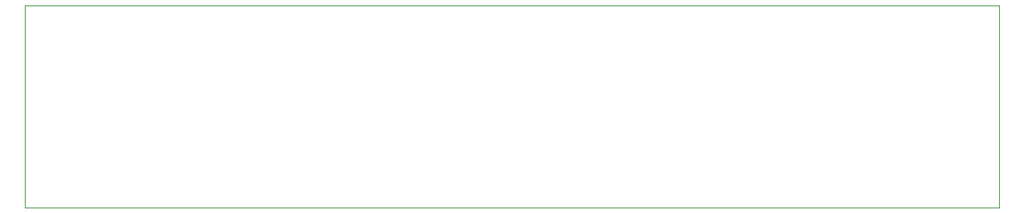
<source format=gbr>
%TF.GenerationSoftware,KiCad,Pcbnew,7.0.10+1*%
%TF.CreationDate,2024-03-12T12:47:15+01:00*%
%TF.ProjectId,Receiver-A1,52656365-6976-4657-922d-41312e6b6963,rev?*%
%TF.SameCoordinates,Original*%
%TF.FileFunction,Profile,NP*%
%FSLAX46Y46*%
G04 Gerber Fmt 4.6, Leading zero omitted, Abs format (unit mm)*
G04 Created by KiCad (PCBNEW 7.0.10+1) date 2024-03-12 12:47:15*
%MOMM*%
%LPD*%
G01*
G04 APERTURE LIST*
%TA.AperFunction,Profile*%
%ADD10C,0.100000*%
%TD*%
G04 APERTURE END LIST*
D10*
X50000000Y-50000000D02*
X156100000Y-50000000D01*
X156100000Y-72000000D01*
X50000000Y-72000000D01*
X50000000Y-50000000D01*
M02*

</source>
